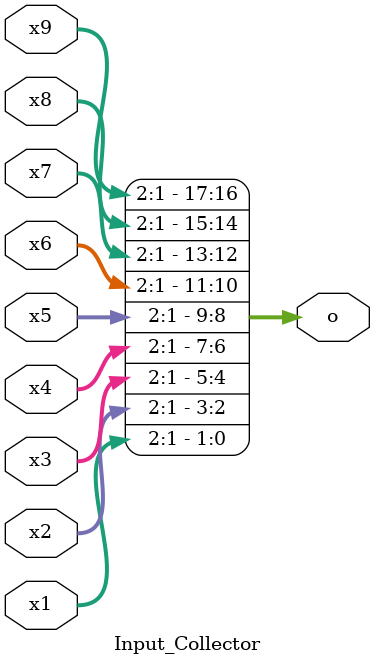
<source format=v>
module Input_Collector(o, x1, x2, x3, x4, x5, x6, x7, x8, x9);
	output [18:1]o;
	input [2:1]x1;
	input [2:1]x2;
	input [2:1]x3;
	input [2:1]x4;
	input [2:1]x5;
	input [2:1]x6;
	input [2:1]x7;
	input [2:1]x8;
	input [2:1]x9;
	
	assign o[2:1] = x1[2:1];
	assign o[4:3] = x2[2:1];
	assign o[6:5] = x3[2:1];
	assign o[8:7] = x4[2:1];
	assign o[10:9] = x5[2:1];
	assign o[12:11] = x6[2:1];
	assign o[14:13] = x7[2:1];
	assign o[16:15] = x8[2:1];
	assign o[18:17] = x9[2:1];
endmodule

</source>
